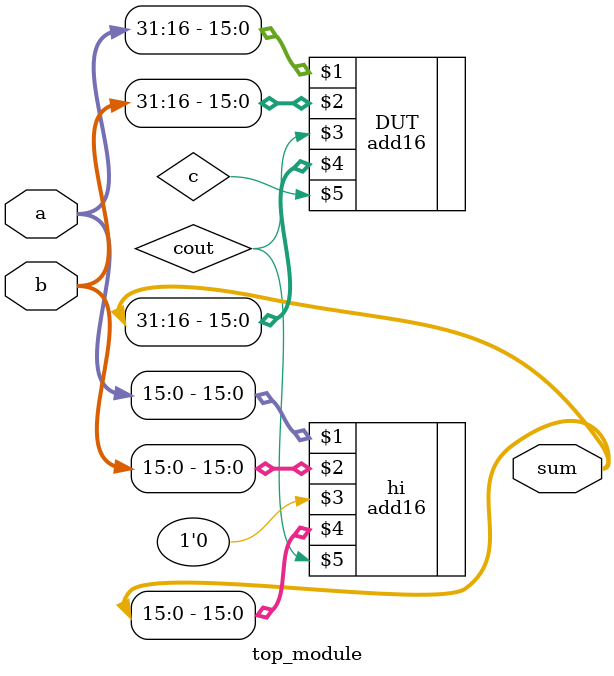
<source format=v>
module top_module(
    input [31:0] a,
    input [31:0] b,
    output [31:0] sum
);
    wire cout,c;
    add16 hi(a[15:0],b[15:0],1'b0,sum[15:0],cout);
  
    add16 DUT(a[31:16],b[31:16],cout,sum[31:16],c);

endmodule
</source>
